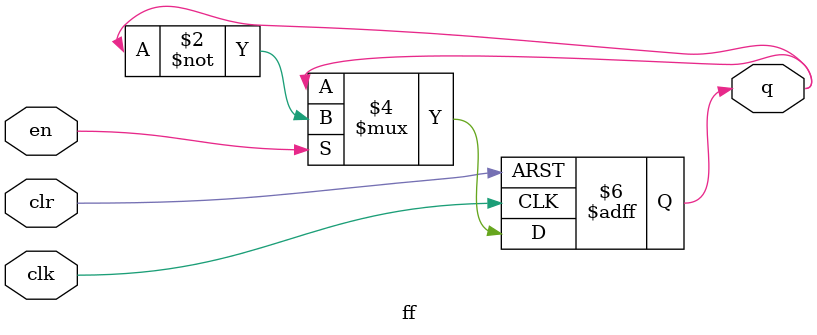
<source format=v>
module ff (q, en, clk, clr);
   
   //Inputs
   input clk, en, clr;
   
   //Internal wire
   wire clr;

   //Output
   output q;
   
   //Register
   reg q;

   //Intialize q to 0
   initial
   begin
       q = 1'b0;
   end

   //Set value of q on positive edge of the clock or clear
   always @(posedge clk or posedge clr) begin
       //If clear is high, set q to 0
       if (clr) begin
           q <= 1'b0;
       //If enable is high, set q to the value of d
       end else if (en) begin
           q <= ~q;
       end
   end
endmodule
</source>
